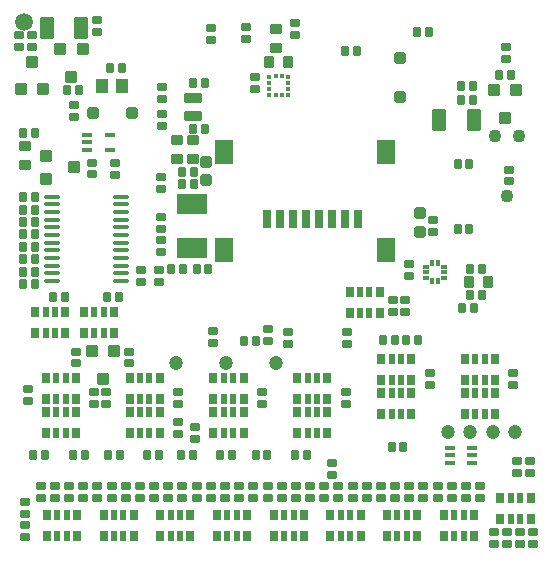
<source format=gbs>
G04*
G04 #@! TF.GenerationSoftware,Altium Limited,Altium Designer,23.8.1 (32)*
G04*
G04 Layer_Color=16711935*
%FSLAX25Y25*%
%MOIN*%
G70*
G04*
G04 #@! TF.SameCoordinates,C49055F2-7EE0-495F-8FE0-133C3397B51E*
G04*
G04*
G04 #@! TF.FilePolarity,Negative*
G04*
G01*
G75*
G04:AMPARAMS|DCode=49|XSize=16.54mil|YSize=35.43mil|CornerRadius=3.23mil|HoleSize=0mil|Usage=FLASHONLY|Rotation=270.000|XOffset=0mil|YOffset=0mil|HoleType=Round|Shape=RoundedRectangle|*
%AMROUNDEDRECTD49*
21,1,0.01654,0.02898,0,0,270.0*
21,1,0.01008,0.03543,0,0,270.0*
1,1,0.00646,-0.01449,-0.00504*
1,1,0.00646,-0.01449,0.00504*
1,1,0.00646,0.01449,0.00504*
1,1,0.00646,0.01449,-0.00504*
%
%ADD49ROUNDEDRECTD49*%
G04:AMPARAMS|DCode=54|XSize=31.5mil|YSize=27.56mil|CornerRadius=4.33mil|HoleSize=0mil|Usage=FLASHONLY|Rotation=180.000|XOffset=0mil|YOffset=0mil|HoleType=Round|Shape=RoundedRectangle|*
%AMROUNDEDRECTD54*
21,1,0.03150,0.01890,0,0,180.0*
21,1,0.02284,0.02756,0,0,180.0*
1,1,0.00866,-0.01142,0.00945*
1,1,0.00866,0.01142,0.00945*
1,1,0.00866,0.01142,-0.00945*
1,1,0.00866,-0.01142,-0.00945*
%
%ADD54ROUNDEDRECTD54*%
G04:AMPARAMS|DCode=55|XSize=31.5mil|YSize=27.56mil|CornerRadius=4.33mil|HoleSize=0mil|Usage=FLASHONLY|Rotation=90.000|XOffset=0mil|YOffset=0mil|HoleType=Round|Shape=RoundedRectangle|*
%AMROUNDEDRECTD55*
21,1,0.03150,0.01890,0,0,90.0*
21,1,0.02284,0.02756,0,0,90.0*
1,1,0.00866,0.00945,0.01142*
1,1,0.00866,0.00945,-0.01142*
1,1,0.00866,-0.00945,-0.01142*
1,1,0.00866,-0.00945,0.01142*
%
%ADD55ROUNDEDRECTD55*%
G04:AMPARAMS|DCode=59|XSize=39.37mil|YSize=41.34mil|CornerRadius=5.51mil|HoleSize=0mil|Usage=FLASHONLY|Rotation=180.000|XOffset=0mil|YOffset=0mil|HoleType=Round|Shape=RoundedRectangle|*
%AMROUNDEDRECTD59*
21,1,0.03937,0.03032,0,0,180.0*
21,1,0.02835,0.04134,0,0,180.0*
1,1,0.01102,-0.01417,0.01516*
1,1,0.01102,0.01417,0.01516*
1,1,0.01102,0.01417,-0.01516*
1,1,0.01102,-0.01417,-0.01516*
%
%ADD59ROUNDEDRECTD59*%
G04:AMPARAMS|DCode=60|XSize=39.37mil|YSize=41.34mil|CornerRadius=5.51mil|HoleSize=0mil|Usage=FLASHONLY|Rotation=180.000|XOffset=0mil|YOffset=0mil|HoleType=Round|Shape=RoundedRectangle|*
%AMROUNDEDRECTD60*
21,1,0.03937,0.03032,0,0,180.0*
21,1,0.02835,0.04134,0,0,180.0*
1,1,0.01102,-0.01417,0.01516*
1,1,0.01102,0.01417,0.01516*
1,1,0.01102,0.01417,-0.01516*
1,1,0.01102,-0.01417,-0.01516*
%
%ADD60ROUNDEDRECTD60*%
%ADD71C,0.05906*%
%ADD72C,0.04724*%
%ADD73C,0.04294*%
G04:AMPARAMS|DCode=104|XSize=29.53mil|YSize=35.43mil|CornerRadius=4.53mil|HoleSize=0mil|Usage=FLASHONLY|Rotation=180.000|XOffset=0mil|YOffset=0mil|HoleType=Round|Shape=RoundedRectangle|*
%AMROUNDEDRECTD104*
21,1,0.02953,0.02638,0,0,180.0*
21,1,0.02047,0.03543,0,0,180.0*
1,1,0.00906,-0.01024,0.01319*
1,1,0.00906,0.01024,0.01319*
1,1,0.00906,0.01024,-0.01319*
1,1,0.00906,-0.01024,-0.01319*
%
%ADD104ROUNDEDRECTD104*%
G04:AMPARAMS|DCode=105|XSize=21.65mil|YSize=35.43mil|CornerRadius=3.74mil|HoleSize=0mil|Usage=FLASHONLY|Rotation=180.000|XOffset=0mil|YOffset=0mil|HoleType=Round|Shape=RoundedRectangle|*
%AMROUNDEDRECTD105*
21,1,0.02165,0.02795,0,0,180.0*
21,1,0.01417,0.03543,0,0,180.0*
1,1,0.00748,-0.00709,0.01398*
1,1,0.00748,0.00709,0.01398*
1,1,0.00748,0.00709,-0.01398*
1,1,0.00748,-0.00709,-0.01398*
%
%ADD105ROUNDEDRECTD105*%
%ADD106R,0.01772X0.01378*%
%ADD107R,0.01378X0.01772*%
%ADD108R,0.01772X0.01870*%
%ADD109R,0.01870X0.01772*%
G04:AMPARAMS|DCode=110|XSize=39.76mil|YSize=37.4mil|CornerRadius=5.32mil|HoleSize=0mil|Usage=FLASHONLY|Rotation=270.000|XOffset=0mil|YOffset=0mil|HoleType=Round|Shape=RoundedRectangle|*
%AMROUNDEDRECTD110*
21,1,0.03976,0.02677,0,0,270.0*
21,1,0.02913,0.03740,0,0,270.0*
1,1,0.01063,-0.01339,-0.01457*
1,1,0.01063,-0.01339,0.01457*
1,1,0.01063,0.01339,0.01457*
1,1,0.01063,0.01339,-0.01457*
%
%ADD110ROUNDEDRECTD110*%
%ADD111R,0.04331X0.04724*%
G04:AMPARAMS|DCode=112|XSize=74.8mil|YSize=49.21mil|CornerRadius=6.5mil|HoleSize=0mil|Usage=FLASHONLY|Rotation=270.000|XOffset=0mil|YOffset=0mil|HoleType=Round|Shape=RoundedRectangle|*
%AMROUNDEDRECTD112*
21,1,0.07480,0.03622,0,0,270.0*
21,1,0.06181,0.04921,0,0,270.0*
1,1,0.01299,-0.01811,-0.03091*
1,1,0.01299,-0.01811,0.03091*
1,1,0.01299,0.01811,0.03091*
1,1,0.01299,0.01811,-0.03091*
%
%ADD112ROUNDEDRECTD112*%
G04:AMPARAMS|DCode=113|XSize=62.99mil|YSize=29.53mil|CornerRadius=4.53mil|HoleSize=0mil|Usage=FLASHONLY|Rotation=90.000|XOffset=0mil|YOffset=0mil|HoleType=Round|Shape=RoundedRectangle|*
%AMROUNDEDRECTD113*
21,1,0.06299,0.02047,0,0,90.0*
21,1,0.05394,0.02953,0,0,90.0*
1,1,0.00906,0.01024,0.02697*
1,1,0.00906,0.01024,-0.02697*
1,1,0.00906,-0.01024,-0.02697*
1,1,0.00906,-0.01024,0.02697*
%
%ADD113ROUNDEDRECTD113*%
G04:AMPARAMS|DCode=114|XSize=82.68mil|YSize=61.02mil|CornerRadius=7.68mil|HoleSize=0mil|Usage=FLASHONLY|Rotation=90.000|XOffset=0mil|YOffset=0mil|HoleType=Round|Shape=RoundedRectangle|*
%AMROUNDEDRECTD114*
21,1,0.08268,0.04567,0,0,90.0*
21,1,0.06732,0.06102,0,0,90.0*
1,1,0.01535,0.02284,0.03366*
1,1,0.01535,0.02284,-0.03366*
1,1,0.01535,-0.02284,-0.03366*
1,1,0.01535,-0.02284,0.03366*
%
%ADD114ROUNDEDRECTD114*%
G04:AMPARAMS|DCode=115|XSize=39.76mil|YSize=37.4mil|CornerRadius=5.32mil|HoleSize=0mil|Usage=FLASHONLY|Rotation=0.000|XOffset=0mil|YOffset=0mil|HoleType=Round|Shape=RoundedRectangle|*
%AMROUNDEDRECTD115*
21,1,0.03976,0.02677,0,0,0.0*
21,1,0.02913,0.03740,0,0,0.0*
1,1,0.01063,0.01457,-0.01339*
1,1,0.01063,-0.01457,-0.01339*
1,1,0.01063,-0.01457,0.01339*
1,1,0.01063,0.01457,0.01339*
%
%ADD115ROUNDEDRECTD115*%
%ADD116R,0.09843X0.07087*%
G04:AMPARAMS|DCode=117|XSize=31.5mil|YSize=40.16mil|CornerRadius=4.72mil|HoleSize=0mil|Usage=FLASHONLY|Rotation=0.000|XOffset=0mil|YOffset=0mil|HoleType=Round|Shape=RoundedRectangle|*
%AMROUNDEDRECTD117*
21,1,0.03150,0.03071,0,0,0.0*
21,1,0.02205,0.04016,0,0,0.0*
1,1,0.00945,0.01102,-0.01535*
1,1,0.00945,-0.01102,-0.01535*
1,1,0.00945,-0.01102,0.01535*
1,1,0.00945,0.01102,0.01535*
%
%ADD117ROUNDEDRECTD117*%
G04:AMPARAMS|DCode=118|XSize=31.5mil|YSize=40.16mil|CornerRadius=4.72mil|HoleSize=0mil|Usage=FLASHONLY|Rotation=270.000|XOffset=0mil|YOffset=0mil|HoleType=Round|Shape=RoundedRectangle|*
%AMROUNDEDRECTD118*
21,1,0.03150,0.03071,0,0,270.0*
21,1,0.02205,0.04016,0,0,270.0*
1,1,0.00945,-0.01535,-0.01102*
1,1,0.00945,-0.01535,0.01102*
1,1,0.00945,0.01535,0.01102*
1,1,0.00945,0.01535,-0.01102*
%
%ADD118ROUNDEDRECTD118*%
G04:AMPARAMS|DCode=119|XSize=31.5mil|YSize=59.06mil|CornerRadius=4.72mil|HoleSize=0mil|Usage=FLASHONLY|Rotation=270.000|XOffset=0mil|YOffset=0mil|HoleType=Round|Shape=RoundedRectangle|*
%AMROUNDEDRECTD119*
21,1,0.03150,0.04961,0,0,270.0*
21,1,0.02205,0.05906,0,0,270.0*
1,1,0.00945,-0.02480,-0.01102*
1,1,0.00945,-0.02480,0.01102*
1,1,0.00945,0.02480,0.01102*
1,1,0.00945,0.02480,-0.01102*
%
%ADD119ROUNDEDRECTD119*%
G04:AMPARAMS|DCode=120|XSize=37.4mil|YSize=37.4mil|CornerRadius=5.32mil|HoleSize=0mil|Usage=FLASHONLY|Rotation=270.000|XOffset=0mil|YOffset=0mil|HoleType=Round|Shape=RoundedRectangle|*
%AMROUNDEDRECTD120*
21,1,0.03740,0.02677,0,0,270.0*
21,1,0.02677,0.03740,0,0,270.0*
1,1,0.01063,-0.01339,-0.01339*
1,1,0.01063,-0.01339,0.01339*
1,1,0.01063,0.01339,0.01339*
1,1,0.01063,0.01339,-0.01339*
%
%ADD120ROUNDEDRECTD120*%
G04:AMPARAMS|DCode=121|XSize=39.37mil|YSize=41.34mil|CornerRadius=5.51mil|HoleSize=0mil|Usage=FLASHONLY|Rotation=90.000|XOffset=0mil|YOffset=0mil|HoleType=Round|Shape=RoundedRectangle|*
%AMROUNDEDRECTD121*
21,1,0.03937,0.03032,0,0,90.0*
21,1,0.02835,0.04134,0,0,90.0*
1,1,0.01102,0.01516,0.01417*
1,1,0.01102,0.01516,-0.01417*
1,1,0.01102,-0.01516,-0.01417*
1,1,0.01102,-0.01516,0.01417*
%
%ADD121ROUNDEDRECTD121*%
G04:AMPARAMS|DCode=122|XSize=39.37mil|YSize=41.34mil|CornerRadius=5.51mil|HoleSize=0mil|Usage=FLASHONLY|Rotation=90.000|XOffset=0mil|YOffset=0mil|HoleType=Round|Shape=RoundedRectangle|*
%AMROUNDEDRECTD122*
21,1,0.03937,0.03032,0,0,90.0*
21,1,0.02835,0.04134,0,0,90.0*
1,1,0.01102,0.01516,0.01417*
1,1,0.01102,0.01516,-0.01417*
1,1,0.01102,-0.01516,-0.01417*
1,1,0.01102,-0.01516,0.01417*
%
%ADD122ROUNDEDRECTD122*%
%ADD123O,0.05354X0.01378*%
D49*
X146260Y32087D02*
D03*
X146260Y34646D02*
D03*
X146260Y37205D02*
D03*
X153740Y32087D02*
D03*
Y34646D02*
D03*
Y37205D02*
D03*
X25394Y136516D02*
D03*
Y139075D02*
D03*
Y141634D02*
D03*
X32874D02*
D03*
Y136516D02*
D03*
D54*
X167323Y62205D02*
D03*
Y58268D02*
D03*
X172835Y32874D02*
D03*
Y28937D02*
D03*
X168701D02*
D03*
Y32874D02*
D03*
X81102Y156890D02*
D03*
Y160827D02*
D03*
X34449Y132087D02*
D03*
Y128150D02*
D03*
X132480Y94488D02*
D03*
Y98425D02*
D03*
X139567Y62204D02*
D03*
Y58267D02*
D03*
X146851Y24409D02*
D03*
Y20472D02*
D03*
X151575Y24409D02*
D03*
Y20472D02*
D03*
X142126Y24409D02*
D03*
Y20472D02*
D03*
X156299Y24409D02*
D03*
Y20472D02*
D03*
X31693Y51968D02*
D03*
Y55905D02*
D03*
X140551Y112992D02*
D03*
Y109055D02*
D03*
X28642Y179823D02*
D03*
Y175886D02*
D03*
X39173Y69291D02*
D03*
Y65354D02*
D03*
X21457Y69291D02*
D03*
Y65354D02*
D03*
X43110Y96457D02*
D03*
Y92520D02*
D03*
X5499Y56815D02*
D03*
Y52878D02*
D03*
X20866Y151575D02*
D03*
Y147638D02*
D03*
X2756Y170768D02*
D03*
Y174705D02*
D03*
X66535Y177165D02*
D03*
Y173228D02*
D03*
X67323Y72047D02*
D03*
Y75984D02*
D03*
X50197Y157480D02*
D03*
Y153543D02*
D03*
X85433Y72835D02*
D03*
Y76772D02*
D03*
X78346Y173425D02*
D03*
Y177362D02*
D03*
X127264Y86516D02*
D03*
Y82579D02*
D03*
X131200Y86516D02*
D03*
Y82579D02*
D03*
X164764Y170866D02*
D03*
Y166929D02*
D03*
X165945Y125984D02*
D03*
Y129921D02*
D03*
X6890Y170768D02*
D03*
Y174705D02*
D03*
X50197Y144488D02*
D03*
Y148425D02*
D03*
X111811Y71850D02*
D03*
Y75787D02*
D03*
X92126Y71850D02*
D03*
Y75787D02*
D03*
X94685Y178740D02*
D03*
Y174803D02*
D03*
X49804Y123425D02*
D03*
Y127362D02*
D03*
Y110039D02*
D03*
Y113976D02*
D03*
X49409Y92520D02*
D03*
Y96457D02*
D03*
X49804Y106496D02*
D03*
Y102559D02*
D03*
X47638Y24409D02*
D03*
Y20472D02*
D03*
X52362Y24409D02*
D03*
Y20472D02*
D03*
X57087Y24409D02*
D03*
Y20472D02*
D03*
X61811Y24409D02*
D03*
Y20472D02*
D03*
X161024Y5118D02*
D03*
Y9055D02*
D03*
X165355D02*
D03*
Y5118D02*
D03*
X169685D02*
D03*
Y9055D02*
D03*
X174016Y5118D02*
D03*
Y9055D02*
D03*
X83662Y51968D02*
D03*
Y55905D02*
D03*
X111614Y51968D02*
D03*
Y55905D02*
D03*
X27756Y51968D02*
D03*
Y55905D02*
D03*
X55709Y51968D02*
D03*
Y55905D02*
D03*
X24016Y24409D02*
D03*
Y20472D02*
D03*
X19292Y24409D02*
D03*
Y20472D02*
D03*
X14567Y24409D02*
D03*
Y20472D02*
D03*
X9843Y24409D02*
D03*
Y20472D02*
D03*
X42914Y24409D02*
D03*
Y20472D02*
D03*
X38189Y24409D02*
D03*
Y20472D02*
D03*
X33465Y24409D02*
D03*
Y20472D02*
D03*
X28740Y24409D02*
D03*
Y20472D02*
D03*
X80709Y24409D02*
D03*
Y20472D02*
D03*
X75985Y24409D02*
D03*
Y20472D02*
D03*
X71260Y24409D02*
D03*
Y20472D02*
D03*
X66536Y24409D02*
D03*
Y20472D02*
D03*
X99607D02*
D03*
Y24409D02*
D03*
X94882D02*
D03*
Y20472D02*
D03*
X90158Y24409D02*
D03*
Y20472D02*
D03*
X85433Y24409D02*
D03*
Y20472D02*
D03*
X118504Y24409D02*
D03*
Y20472D02*
D03*
X113780Y24409D02*
D03*
Y20472D02*
D03*
X109055Y24409D02*
D03*
Y20472D02*
D03*
X104331Y24409D02*
D03*
Y20472D02*
D03*
X132677Y24409D02*
D03*
Y20472D02*
D03*
X127953Y24409D02*
D03*
Y20472D02*
D03*
X123228Y24409D02*
D03*
Y20472D02*
D03*
X106890Y32087D02*
D03*
Y28150D02*
D03*
X4724Y15157D02*
D03*
Y19094D02*
D03*
X26772Y128347D02*
D03*
Y132283D02*
D03*
X61221Y44094D02*
D03*
Y40157D02*
D03*
X55709Y41732D02*
D03*
Y45669D02*
D03*
X4724Y7480D02*
D03*
Y11417D02*
D03*
X137402Y24409D02*
D03*
Y20472D02*
D03*
D55*
X154331Y83858D02*
D03*
X150394D02*
D03*
X13976Y87402D02*
D03*
X17913D02*
D03*
X152756Y131890D02*
D03*
X148819D02*
D03*
X152756Y110236D02*
D03*
X148819D02*
D03*
X126772Y37402D02*
D03*
X130709D02*
D03*
X36024Y87402D02*
D03*
X32087D02*
D03*
X166496Y161319D02*
D03*
X162559D02*
D03*
X56626Y34646D02*
D03*
X60563D02*
D03*
X98492Y34646D02*
D03*
X94555D02*
D03*
X81429Y34646D02*
D03*
X85366D02*
D03*
X73689D02*
D03*
X69752D02*
D03*
X18743Y156498D02*
D03*
X22680D02*
D03*
X131529Y73262D02*
D03*
X135466D02*
D03*
X150000Y153149D02*
D03*
X153937D02*
D03*
X111221Y169488D02*
D03*
X115157D02*
D03*
X127953Y73228D02*
D03*
X124016D02*
D03*
X53347Y96850D02*
D03*
X57284D02*
D03*
X61811Y96850D02*
D03*
X65748D02*
D03*
X57087Y125197D02*
D03*
X61024D02*
D03*
X33071Y163878D02*
D03*
X37008D02*
D03*
X152913Y88150D02*
D03*
X156850D02*
D03*
X152913Y96890D02*
D03*
X156850D02*
D03*
X135236Y175787D02*
D03*
X139173D02*
D03*
X153937Y157874D02*
D03*
X150000D02*
D03*
X60630Y158661D02*
D03*
X64567D02*
D03*
X60630Y143307D02*
D03*
X64567D02*
D03*
X77559Y72835D02*
D03*
X81496D02*
D03*
X60827Y129134D02*
D03*
X56890D02*
D03*
X20539Y34646D02*
D03*
X24476D02*
D03*
X11350Y34646D02*
D03*
X7413D02*
D03*
X45343Y34646D02*
D03*
X49280D02*
D03*
X36154Y34646D02*
D03*
X32217D02*
D03*
X7874Y142224D02*
D03*
X3937D02*
D03*
Y91831D02*
D03*
X7874D02*
D03*
X3937Y104232D02*
D03*
X7874D02*
D03*
X3937Y108366D02*
D03*
X7874D02*
D03*
X3937Y116634D02*
D03*
X7874D02*
D03*
X3937Y112500D02*
D03*
X7874D02*
D03*
X3937Y120768D02*
D03*
X7874D02*
D03*
X3937Y100099D02*
D03*
X7874D02*
D03*
X3937Y95965D02*
D03*
X7874D02*
D03*
D59*
X160787Y156398D02*
D03*
X164528Y147146D02*
D03*
X26772Y69488D02*
D03*
X30512Y60236D02*
D03*
X10630Y156673D02*
D03*
X6890Y165925D02*
D03*
X16339Y170098D02*
D03*
X20079Y160846D02*
D03*
D60*
X168268Y156398D02*
D03*
X34252Y69488D02*
D03*
X3150Y156673D02*
D03*
X23819Y170098D02*
D03*
D71*
X4331Y179232D02*
D03*
D72*
X145473Y42520D02*
D03*
X152953D02*
D03*
X160433D02*
D03*
X167913D02*
D03*
X88386Y65551D02*
D03*
X71457D02*
D03*
X54921D02*
D03*
D73*
X165295Y121221D02*
D03*
X161295Y141220D02*
D03*
X169295D02*
D03*
D104*
X24189Y75516D02*
D03*
Y82602D02*
D03*
X34229D02*
D03*
Y75516D02*
D03*
X8048D02*
D03*
Y82602D02*
D03*
X18087D02*
D03*
Y75516D02*
D03*
X77461Y60630D02*
D03*
Y53543D02*
D03*
X67421D02*
D03*
X67421Y60630D02*
D03*
X67421Y42126D02*
D03*
Y49212D02*
D03*
X77461D02*
D03*
Y42126D02*
D03*
X95374Y42126D02*
D03*
Y49212D02*
D03*
X105413Y49212D02*
D03*
X105413Y42126D02*
D03*
X105413Y60630D02*
D03*
Y53543D02*
D03*
X95374D02*
D03*
X95374Y60630D02*
D03*
X161319Y66929D02*
D03*
Y59842D02*
D03*
X151280D02*
D03*
X151280Y66929D02*
D03*
X151280Y48425D02*
D03*
Y55511D02*
D03*
X161319Y55511D02*
D03*
X161319Y48425D02*
D03*
X133366Y48425D02*
D03*
Y55512D02*
D03*
X123327D02*
D03*
X123327Y48425D02*
D03*
X123327Y66929D02*
D03*
Y59842D02*
D03*
X133366D02*
D03*
X133366Y66929D02*
D03*
X163091Y13386D02*
D03*
X163091Y20472D02*
D03*
X173130D02*
D03*
Y13386D02*
D03*
X144193Y7677D02*
D03*
Y14764D02*
D03*
X154232D02*
D03*
Y7677D02*
D03*
X112795Y89272D02*
D03*
X112795Y82185D02*
D03*
X122834D02*
D03*
Y89272D02*
D03*
X49705Y7677D02*
D03*
Y14764D02*
D03*
X59744D02*
D03*
Y7677D02*
D03*
X21555Y42126D02*
D03*
X21555Y49213D02*
D03*
X11516Y49213D02*
D03*
X11516Y42126D02*
D03*
Y60630D02*
D03*
X11516Y53543D02*
D03*
X21555D02*
D03*
Y60630D02*
D03*
X49508Y42126D02*
D03*
Y49213D02*
D03*
X39469Y49213D02*
D03*
X39469Y42126D02*
D03*
X39469Y60630D02*
D03*
Y53543D02*
D03*
X49508D02*
D03*
Y60630D02*
D03*
X11910Y7677D02*
D03*
X11910Y14764D02*
D03*
X21949D02*
D03*
X21949Y7677D02*
D03*
X30807D02*
D03*
Y14764D02*
D03*
X40846D02*
D03*
X40846Y7677D02*
D03*
X68602D02*
D03*
X68602Y14764D02*
D03*
X78642D02*
D03*
Y7677D02*
D03*
X87500D02*
D03*
X87500Y14764D02*
D03*
X97540Y14764D02*
D03*
Y7677D02*
D03*
X106398D02*
D03*
X106398Y14764D02*
D03*
X116437D02*
D03*
Y7677D02*
D03*
X125295D02*
D03*
Y14764D02*
D03*
X135335Y14764D02*
D03*
X135335Y7677D02*
D03*
D105*
X30784Y82602D02*
D03*
X27634D02*
D03*
Y75516D02*
D03*
X30784D02*
D03*
X14642Y82602D02*
D03*
X11492D02*
D03*
Y75516D02*
D03*
X14642D02*
D03*
X70866Y53543D02*
D03*
X74016D02*
D03*
Y60630D02*
D03*
X70866D02*
D03*
X74016Y49212D02*
D03*
X70866D02*
D03*
Y42126D02*
D03*
X74016D02*
D03*
X101969Y49212D02*
D03*
X98819D02*
D03*
Y42126D02*
D03*
X101969D02*
D03*
X98819Y53543D02*
D03*
X101969D02*
D03*
X101969Y60630D02*
D03*
X98819Y60630D02*
D03*
X154725Y59842D02*
D03*
X157874D02*
D03*
X157874Y66929D02*
D03*
X154725Y66929D02*
D03*
X157874Y55511D02*
D03*
X154725D02*
D03*
Y48425D02*
D03*
X157874D02*
D03*
X129921Y48425D02*
D03*
X126772D02*
D03*
Y55512D02*
D03*
X129921D02*
D03*
X126772Y66929D02*
D03*
X129921D02*
D03*
Y59842D02*
D03*
X126772D02*
D03*
X169685Y20472D02*
D03*
X166536D02*
D03*
Y13386D02*
D03*
X169685D02*
D03*
X150787Y14764D02*
D03*
X147638D02*
D03*
Y7677D02*
D03*
X150787D02*
D03*
X116240Y89272D02*
D03*
X119389D02*
D03*
Y82185D02*
D03*
X116240D02*
D03*
X56299Y14764D02*
D03*
X53150D02*
D03*
Y7677D02*
D03*
X56299D02*
D03*
X18110Y42126D02*
D03*
X14961Y42126D02*
D03*
Y49213D02*
D03*
X18110D02*
D03*
X14961Y60630D02*
D03*
X18110Y60630D02*
D03*
X18110Y53543D02*
D03*
X14961D02*
D03*
X46063Y42126D02*
D03*
X42913D02*
D03*
Y49213D02*
D03*
X46063Y49213D02*
D03*
X42914Y60630D02*
D03*
X46063D02*
D03*
Y53543D02*
D03*
X42914D02*
D03*
X18504Y14764D02*
D03*
X15355D02*
D03*
Y7677D02*
D03*
X18504D02*
D03*
X37402Y14764D02*
D03*
X34252Y14764D02*
D03*
Y7677D02*
D03*
X37402D02*
D03*
X75197Y14764D02*
D03*
X72047D02*
D03*
Y7677D02*
D03*
X75197D02*
D03*
X94095Y14764D02*
D03*
X90945Y14764D02*
D03*
Y7677D02*
D03*
X94095D02*
D03*
X112992Y14764D02*
D03*
X109843D02*
D03*
Y7677D02*
D03*
X112992D02*
D03*
X131890Y14764D02*
D03*
X128740Y14764D02*
D03*
Y7677D02*
D03*
X131890D02*
D03*
D106*
X92323Y158858D02*
D03*
Y156890D02*
D03*
Y160827D02*
D03*
Y154921D02*
D03*
X86024Y160827D02*
D03*
Y158858D02*
D03*
Y156890D02*
D03*
Y154921D02*
D03*
D107*
X90158Y161024D02*
D03*
X88189D02*
D03*
Y154724D02*
D03*
X90158D02*
D03*
D108*
X140158Y98671D02*
D03*
X142126D02*
D03*
Y92667D02*
D03*
X140158D02*
D03*
D109*
X144144Y97638D02*
D03*
Y95669D02*
D03*
Y93701D02*
D03*
X138140D02*
D03*
Y95669D02*
D03*
Y97638D02*
D03*
D110*
X129528Y167126D02*
D03*
X129528Y154134D02*
D03*
D111*
X36811Y157972D02*
D03*
X30118D02*
D03*
D112*
X142717Y146457D02*
D03*
X154134D02*
D03*
X11811Y177067D02*
D03*
X23228D02*
D03*
D113*
X85315Y113398D02*
D03*
X89646D02*
D03*
X93977D02*
D03*
X98307D02*
D03*
X102638D02*
D03*
X106969D02*
D03*
X111300D02*
D03*
X115630D02*
D03*
D114*
X125000Y103162D02*
D03*
Y135839D02*
D03*
X70867D02*
D03*
Y103162D02*
D03*
D115*
X27362Y148819D02*
D03*
X40354D02*
D03*
D116*
X60237Y118307D02*
D03*
X60237Y103740D02*
D03*
D117*
X159055Y92520D02*
D03*
X152756D02*
D03*
X92126Y165945D02*
D03*
X85827D02*
D03*
D118*
X88189Y176771D02*
D03*
Y170472D02*
D03*
X60433Y139764D02*
D03*
X60433Y133465D02*
D03*
X55315Y139764D02*
D03*
Y133465D02*
D03*
X4725Y137894D02*
D03*
X4725Y131595D02*
D03*
D119*
X60630Y153740D02*
D03*
Y147835D02*
D03*
D120*
X136417Y109291D02*
D03*
Y115512D02*
D03*
X64961Y132638D02*
D03*
Y126417D02*
D03*
D121*
X11615Y126931D02*
D03*
X20867Y130671D02*
D03*
D122*
X11615Y134412D02*
D03*
D123*
X13622Y92815D02*
D03*
Y95374D02*
D03*
Y97933D02*
D03*
Y100492D02*
D03*
Y103051D02*
D03*
Y105610D02*
D03*
Y108169D02*
D03*
Y110728D02*
D03*
Y113287D02*
D03*
Y115847D02*
D03*
Y118405D02*
D03*
Y120965D02*
D03*
X36615Y92815D02*
D03*
Y95374D02*
D03*
Y97933D02*
D03*
Y100492D02*
D03*
Y103051D02*
D03*
Y105610D02*
D03*
Y108169D02*
D03*
Y110728D02*
D03*
Y113287D02*
D03*
Y115847D02*
D03*
Y118405D02*
D03*
Y120965D02*
D03*
M02*

</source>
